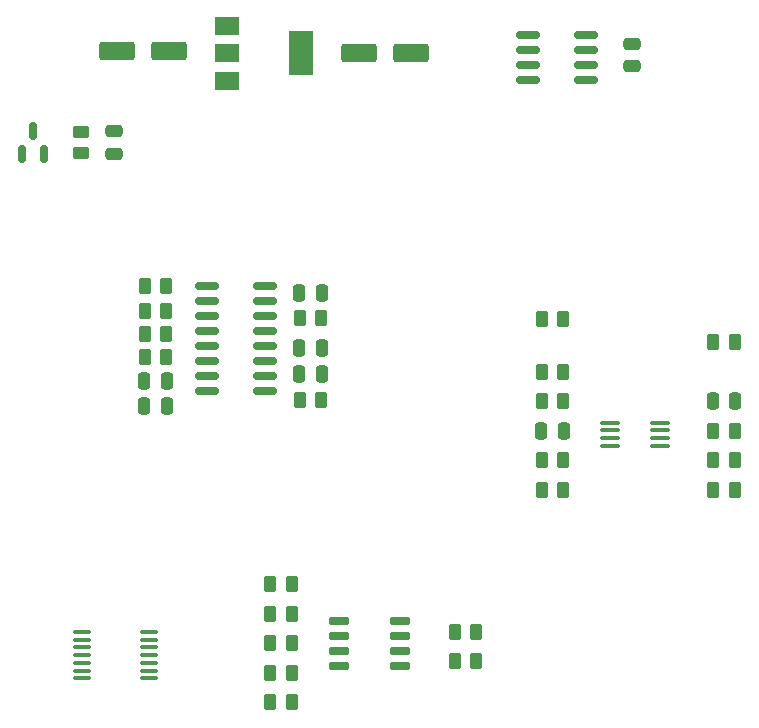
<source format=gbr>
%TF.GenerationSoftware,KiCad,Pcbnew,(6.0.8)*%
%TF.CreationDate,2022-10-24T12:17:12+01:00*%
%TF.ProjectId,VCO_Test,56434f5f-5465-4737-942e-6b696361645f,rev?*%
%TF.SameCoordinates,Original*%
%TF.FileFunction,Paste,Top*%
%TF.FilePolarity,Positive*%
%FSLAX46Y46*%
G04 Gerber Fmt 4.6, Leading zero omitted, Abs format (unit mm)*
G04 Created by KiCad (PCBNEW (6.0.8)) date 2022-10-24 12:17:12*
%MOMM*%
%LPD*%
G01*
G04 APERTURE LIST*
G04 Aperture macros list*
%AMRoundRect*
0 Rectangle with rounded corners*
0 $1 Rounding radius*
0 $2 $3 $4 $5 $6 $7 $8 $9 X,Y pos of 4 corners*
0 Add a 4 corners polygon primitive as box body*
4,1,4,$2,$3,$4,$5,$6,$7,$8,$9,$2,$3,0*
0 Add four circle primitives for the rounded corners*
1,1,$1+$1,$2,$3*
1,1,$1+$1,$4,$5*
1,1,$1+$1,$6,$7*
1,1,$1+$1,$8,$9*
0 Add four rect primitives between the rounded corners*
20,1,$1+$1,$2,$3,$4,$5,0*
20,1,$1+$1,$4,$5,$6,$7,0*
20,1,$1+$1,$6,$7,$8,$9,0*
20,1,$1+$1,$8,$9,$2,$3,0*%
G04 Aperture macros list end*
%ADD10RoundRect,0.250000X-0.262500X-0.450000X0.262500X-0.450000X0.262500X0.450000X-0.262500X0.450000X0*%
%ADD11RoundRect,0.250000X0.250000X0.475000X-0.250000X0.475000X-0.250000X-0.475000X0.250000X-0.475000X0*%
%ADD12RoundRect,0.250000X0.262500X0.450000X-0.262500X0.450000X-0.262500X-0.450000X0.262500X-0.450000X0*%
%ADD13RoundRect,0.250000X-0.475000X0.250000X-0.475000X-0.250000X0.475000X-0.250000X0.475000X0.250000X0*%
%ADD14RoundRect,0.250000X-0.250000X-0.475000X0.250000X-0.475000X0.250000X0.475000X-0.250000X0.475000X0*%
%ADD15RoundRect,0.100000X-0.712500X-0.100000X0.712500X-0.100000X0.712500X0.100000X-0.712500X0.100000X0*%
%ADD16RoundRect,0.250000X-0.450000X0.262500X-0.450000X-0.262500X0.450000X-0.262500X0.450000X0.262500X0*%
%ADD17RoundRect,0.150000X-0.825000X-0.150000X0.825000X-0.150000X0.825000X0.150000X-0.825000X0.150000X0*%
%ADD18RoundRect,0.250000X0.475000X-0.250000X0.475000X0.250000X-0.475000X0.250000X-0.475000X-0.250000X0*%
%ADD19RoundRect,0.250000X1.250000X0.550000X-1.250000X0.550000X-1.250000X-0.550000X1.250000X-0.550000X0*%
%ADD20RoundRect,0.100000X0.637500X0.100000X-0.637500X0.100000X-0.637500X-0.100000X0.637500X-0.100000X0*%
%ADD21RoundRect,0.150000X0.150000X-0.587500X0.150000X0.587500X-0.150000X0.587500X-0.150000X-0.587500X0*%
%ADD22RoundRect,0.250000X-1.250000X-0.550000X1.250000X-0.550000X1.250000X0.550000X-1.250000X0.550000X0*%
%ADD23R,2.000000X1.500000*%
%ADD24R,2.000000X3.800000*%
%ADD25RoundRect,0.150000X-0.725000X-0.150000X0.725000X-0.150000X0.725000X0.150000X-0.725000X0.150000X0*%
G04 APERTURE END LIST*
D10*
%TO.C,R24*%
X126387500Y-92700000D03*
X128212500Y-92700000D03*
%TD*%
%TO.C,R23*%
X128212500Y-90200000D03*
X126387500Y-90200000D03*
%TD*%
%TO.C,R22*%
X128212500Y-95200000D03*
X126387500Y-95200000D03*
%TD*%
D11*
%TO.C,C11*%
X126350000Y-87700000D03*
X128250000Y-87700000D03*
%TD*%
D12*
%TO.C,R19*%
X90712500Y-113200000D03*
X88887500Y-113200000D03*
%TD*%
%TO.C,R11*%
X111887500Y-87700000D03*
X113712500Y-87700000D03*
%TD*%
%TO.C,R15*%
X90712500Y-108200000D03*
X88887500Y-108200000D03*
%TD*%
%TO.C,R16*%
X90712500Y-110700000D03*
X88887500Y-110700000D03*
%TD*%
D10*
%TO.C,R5*%
X78287500Y-77975000D03*
X80112500Y-77975000D03*
%TD*%
D12*
%TO.C,R6*%
X128212500Y-82700000D03*
X126387500Y-82700000D03*
%TD*%
D13*
%TO.C,C1*%
X119500000Y-57450000D03*
X119500000Y-59350000D03*
%TD*%
D14*
%TO.C,C8*%
X80150000Y-88075000D03*
X78250000Y-88075000D03*
%TD*%
D10*
%TO.C,R18*%
X104507500Y-107200000D03*
X106332500Y-107200000D03*
%TD*%
%TO.C,R7*%
X78287500Y-80075000D03*
X80112500Y-80075000D03*
%TD*%
D12*
%TO.C,R20*%
X90712500Y-105700000D03*
X88887500Y-105700000D03*
%TD*%
%TO.C,R17*%
X90712500Y-103200000D03*
X88887500Y-103200000D03*
%TD*%
D10*
%TO.C,R8*%
X80112500Y-83975000D03*
X78287500Y-83975000D03*
%TD*%
D14*
%TO.C,C6*%
X93250000Y-85375000D03*
X91350000Y-85375000D03*
%TD*%
D10*
%TO.C,R1*%
X93212500Y-80675000D03*
X91387500Y-80675000D03*
%TD*%
D15*
%TO.C,U5*%
X121912500Y-89525000D03*
X121912500Y-90175000D03*
X121912500Y-90825000D03*
X121912500Y-91475000D03*
X117687500Y-91475000D03*
X117687500Y-90825000D03*
X117687500Y-90175000D03*
X117687500Y-89525000D03*
%TD*%
D16*
%TO.C,R13*%
X72900000Y-64887500D03*
X72900000Y-66712500D03*
%TD*%
D12*
%TO.C,R10*%
X111887500Y-85200000D03*
X113712500Y-85200000D03*
%TD*%
D17*
%TO.C,U3*%
X88475000Y-77930000D03*
X88475000Y-79200000D03*
X88475000Y-80470000D03*
X88475000Y-81740000D03*
X88475000Y-83010000D03*
X88475000Y-84280000D03*
X88475000Y-85550000D03*
X88475000Y-86820000D03*
X83525000Y-86820000D03*
X83525000Y-85550000D03*
X83525000Y-84280000D03*
X83525000Y-83010000D03*
X83525000Y-81740000D03*
X83525000Y-80470000D03*
X83525000Y-79200000D03*
X83525000Y-77930000D03*
%TD*%
D14*
%TO.C,C9*%
X113750000Y-90200000D03*
X111850000Y-90200000D03*
%TD*%
D18*
%TO.C,C10*%
X75700000Y-66750000D03*
X75700000Y-64850000D03*
%TD*%
D12*
%TO.C,R12*%
X113712500Y-92700000D03*
X111887500Y-92700000D03*
%TD*%
D19*
%TO.C,C2*%
X80350000Y-58050000D03*
X75950000Y-58050000D03*
%TD*%
D10*
%TO.C,R4*%
X78287500Y-81975000D03*
X80112500Y-81975000D03*
%TD*%
D20*
%TO.C,U7*%
X78662500Y-111150000D03*
X78662500Y-110500000D03*
X78662500Y-109850000D03*
X78662500Y-109200000D03*
X78662500Y-108550000D03*
X78662500Y-107900000D03*
X78662500Y-107250000D03*
X72937500Y-107250000D03*
X72937500Y-107900000D03*
X72937500Y-108550000D03*
X72937500Y-109200000D03*
X72937500Y-109850000D03*
X72937500Y-110500000D03*
X72937500Y-111150000D03*
%TD*%
D12*
%TO.C,R14*%
X111887500Y-95200000D03*
X113712500Y-95200000D03*
%TD*%
D14*
%TO.C,C5*%
X91350000Y-83200000D03*
X93250000Y-83200000D03*
%TD*%
D21*
%TO.C,U4*%
X68800000Y-64862500D03*
X69750000Y-66737500D03*
X67850000Y-66737500D03*
%TD*%
D11*
%TO.C,C4*%
X91350000Y-78500000D03*
X93250000Y-78500000D03*
%TD*%
D22*
%TO.C,C3*%
X96450000Y-58250000D03*
X100850000Y-58250000D03*
%TD*%
D11*
%TO.C,C7*%
X78250000Y-85975000D03*
X80150000Y-85975000D03*
%TD*%
D10*
%TO.C,R3*%
X111887500Y-80700000D03*
X113712500Y-80700000D03*
%TD*%
D17*
%TO.C,U2*%
X110700000Y-56660000D03*
X110700000Y-57930000D03*
X110700000Y-59200000D03*
X110700000Y-60470000D03*
X115650000Y-60470000D03*
X115650000Y-59200000D03*
X115650000Y-57930000D03*
X115650000Y-56660000D03*
%TD*%
D23*
%TO.C,U1*%
X85200000Y-55950000D03*
D24*
X91500000Y-58250000D03*
D23*
X85200000Y-58250000D03*
X85200000Y-60550000D03*
%TD*%
D25*
%TO.C,U6*%
X94725000Y-106295000D03*
X94725000Y-107565000D03*
X94725000Y-108835000D03*
X94725000Y-110105000D03*
X99875000Y-110105000D03*
X99875000Y-108835000D03*
X99875000Y-107565000D03*
X99875000Y-106295000D03*
%TD*%
D12*
%TO.C,R9*%
X91387500Y-87575000D03*
X93212500Y-87575000D03*
%TD*%
D10*
%TO.C,R21*%
X104507500Y-109735000D03*
X106332500Y-109735000D03*
%TD*%
M02*

</source>
